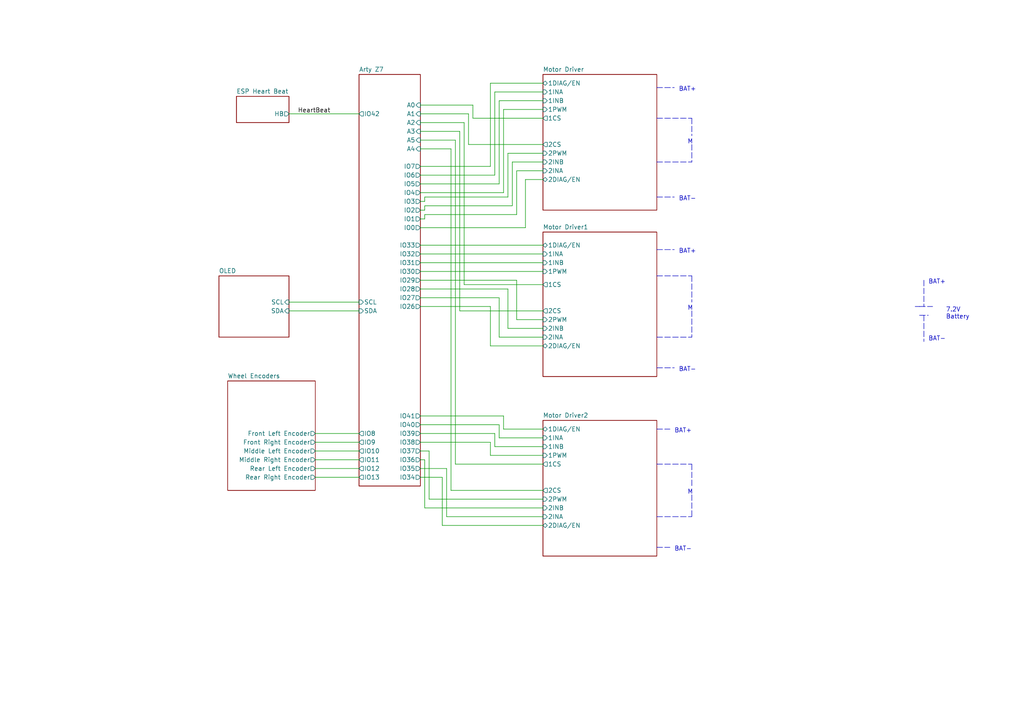
<source format=kicad_sch>
(kicad_sch (version 20211123) (generator eeschema)
  (paper "A4")
  (title_block (title "Arty Z7 IO expander card") (date "2022-12-24") (rev "0.1") (company "HiQ"))
  (lib_symbols)
  (polyline (pts (xy 190.5 34.29) (xy 200.66 34.29)))
  (wire (pts (xy 123.19 133.35) (xy 123.19 147.32)))
  (wire (pts (xy 147.32 44.45) (xy 157.48 44.45)))
  (wire (pts (xy 142.24 24.13) (xy 157.48 24.13)))
  (wire (pts (xy 123.19 62.23) (xy 149.86 62.23)))
  (wire (pts (xy 147.32 95.25) (xy 157.48 95.25)))
  (wire (pts (xy 144.78 123.19) (xy 144.78 127)))
  (polyline (pts (xy 200.66 80.01) (xy 200.66 87.63)))
  (wire (pts (xy 143.51 129.54) (xy 157.48 129.54)))
  (wire (pts (xy 132.08 40.64) (xy 121.92 40.64)))
  (wire (pts (xy 121.92 123.19) (xy 144.78 123.19)))
  (polyline (pts (xy 265.43 88.9) (xy 266.7 88.9)))
  (wire (pts (xy 157.48 142.24) (xy 130.81 142.24)))
  (wire (pts (xy 123.19 59.69) (xy 148.59 59.69)))
  (wire (pts (xy 142.24 100.33) (xy 157.48 100.33)))
  (wire (pts (xy 152.4 52.07) (xy 157.48 52.07)))
  (wire (pts (xy 144.78 29.21) (xy 157.48 29.21)))
  (wire (pts (xy 143.51 50.8) (xy 143.51 26.67)))
  (polyline (pts (xy 190.5 25.4) (xy 195.58 25.4)))
  (wire (pts (xy 121.92 48.26) (xy 142.24 48.26)))
  (wire (pts (xy 133.35 38.1) (xy 121.92 38.1)))
  (wire (pts (xy 91.44 128.27) (xy 104.14 128.27)))
  (wire (pts (xy 146.05 31.75) (xy 157.48 31.75)))
  (polyline (pts (xy 200.66 143.51) (xy 200.66 149.86)))
  (wire (pts (xy 157.48 90.17) (xy 133.35 90.17)))
  (wire (pts (xy 130.81 43.18) (xy 121.92 43.18)))
  (wire (pts (xy 148.59 59.69) (xy 148.59 46.99)))
  (wire (pts (xy 121.92 86.36) (xy 144.78 86.36)))
  (wire (pts (xy 143.51 125.73) (xy 143.51 129.54)))
  (wire (pts (xy 142.24 48.26) (xy 142.24 24.13)))
  (wire (pts (xy 91.44 138.43) (xy 104.14 138.43)))
  (wire (pts (xy 148.59 46.99) (xy 157.48 46.99)))
  (polyline (pts (xy 267.97 91.44) (xy 267.97 99.06)))
  (wire (pts (xy 121.92 63.5) (xy 123.19 63.5)))
  (wire (pts (xy 121.92 50.8) (xy 143.51 50.8)))
  (polyline (pts (xy 190.5 134.62) (xy 200.66 134.62)))
  (wire (pts (xy 121.92 133.35) (xy 123.19 133.35)))
  (wire (pts (xy 130.81 142.24) (xy 130.81 43.18)))
  (wire (pts (xy 121.92 138.43) (xy 128.27 138.43)))
  (polyline (pts (xy 190.5 106.68) (xy 195.58 106.68)))
  (wire (pts (xy 135.89 33.02) (xy 121.92 33.02)))
  (wire (pts (xy 143.51 26.67) (xy 157.48 26.67)))
  (wire (pts (xy 128.27 138.43) (xy 128.27 152.4)))
  (wire (pts (xy 121.92 78.74) (xy 157.48 78.74)))
  (polyline (pts (xy 200.66 34.29) (xy 200.66 39.37)))
  (wire (pts (xy 91.44 133.35) (xy 104.14 133.35)))
  (polyline (pts (xy 190.5 57.15) (xy 195.58 57.15)))
  (wire (pts (xy 123.19 57.15) (xy 147.32 57.15)))
  (polyline (pts (xy 200.66 90.17) (xy 200.66 97.79)))
  (wire (pts (xy 144.78 53.34) (xy 144.78 29.21)))
  (wire (pts (xy 142.24 88.9) (xy 142.24 100.33)))
  (wire (pts (xy 121.92 58.42) (xy 123.19 58.42)))
  (wire (pts (xy 149.86 92.71) (xy 157.48 92.71)))
  (wire (pts (xy 121.92 135.89) (xy 129.54 135.89)))
  (polyline (pts (xy 190.5 124.46) (xy 194.31 124.46)))
  (wire (pts (xy 157.48 41.91) (xy 135.89 41.91)))
  (wire (pts (xy 142.24 132.08) (xy 157.48 132.08)))
  (wire (pts (xy 91.44 135.89) (xy 104.14 135.89)))
  (polyline (pts (xy 190.5 97.79) (xy 200.66 97.79)))
  (wire (pts (xy 83.82 33.02) (xy 104.14 33.02)))
  (wire (pts (xy 121.92 120.65) (xy 146.05 120.65)))
  (polyline (pts (xy 190.5 158.75) (xy 194.31 158.75)))
  (polyline (pts (xy 266.7 88.9) (xy 270.51 88.9)))
  (polyline (pts (xy 190.5 72.39) (xy 195.58 72.39)))
  (wire (pts (xy 144.78 97.79) (xy 157.48 97.79)))
  (wire (pts (xy 121.92 128.27) (xy 142.24 128.27)))
  (polyline (pts (xy 267.97 81.28) (xy 267.97 88.9)))
  (polyline (pts (xy 266.7 91.44) (xy 269.24 91.44)))
  (wire (pts (xy 121.92 83.82) (xy 147.32 83.82)))
  (wire (pts (xy 142.24 128.27) (xy 142.24 132.08)))
  (wire (pts (xy 157.48 134.62) (xy 132.08 134.62)))
  (wire (pts (xy 91.44 125.73) (xy 104.14 125.73)))
  (wire (pts (xy 121.92 88.9) (xy 142.24 88.9)))
  (wire (pts (xy 147.32 83.82) (xy 147.32 95.25)))
  (wire (pts (xy 146.05 124.46) (xy 157.48 124.46)))
  (wire (pts (xy 135.89 41.91) (xy 135.89 33.02)))
  (wire (pts (xy 124.46 144.78) (xy 157.48 144.78)))
  (wire (pts (xy 121.92 60.96) (xy 123.19 60.96)))
  (wire (pts (xy 123.19 147.32) (xy 157.48 147.32)))
  (wire (pts (xy 128.27 152.4) (xy 157.48 152.4)))
  (wire (pts (xy 147.32 57.15) (xy 147.32 44.45)))
  (wire (pts (xy 121.92 81.28) (xy 149.86 81.28)))
  (polyline (pts (xy 200.66 134.62) (xy 200.66 140.97)))
  (polyline (pts (xy 190.5 80.01) (xy 200.66 80.01)))
  (wire (pts (xy 149.86 62.23) (xy 149.86 49.53)))
  (wire (pts (xy 121.92 55.88) (xy 146.05 55.88)))
  (wire (pts (xy 123.19 60.96) (xy 123.19 59.69)))
  (wire (pts (xy 157.48 34.29) (xy 137.16 34.29)))
  (wire (pts (xy 144.78 86.36) (xy 144.78 97.79)))
  (wire (pts (xy 149.86 81.28) (xy 149.86 92.71)))
  (wire (pts (xy 134.62 82.55) (xy 134.62 35.56)))
  (wire (pts (xy 91.44 130.81) (xy 104.14 130.81)))
  (polyline (pts (xy 190.5 46.99) (xy 200.66 46.99)))
  (wire (pts (xy 121.92 130.81) (xy 124.46 130.81)))
  (wire (pts (xy 121.92 125.73) (xy 143.51 125.73)))
  (wire (pts (xy 133.35 90.17) (xy 133.35 38.1)))
  (wire (pts (xy 132.08 134.62) (xy 132.08 40.64)))
  (wire (pts (xy 121.92 76.2) (xy 157.48 76.2)))
  (wire (pts (xy 152.4 66.04) (xy 152.4 52.07)))
  (wire (pts (xy 123.19 58.42) (xy 123.19 57.15)))
  (wire (pts (xy 83.82 90.17) (xy 104.14 90.17)))
  (wire (pts (xy 144.78 127) (xy 157.48 127)))
  (wire (pts (xy 83.82 87.63) (xy 104.14 87.63)))
  (wire (pts (xy 121.92 73.66) (xy 157.48 73.66)))
  (wire (pts (xy 129.54 149.86) (xy 157.48 149.86)))
  (wire (pts (xy 149.86 49.53) (xy 157.48 49.53)))
  (wire (pts (xy 123.19 63.5) (xy 123.19 62.23)))
  (wire (pts (xy 121.92 66.04) (xy 152.4 66.04)))
  (wire (pts (xy 134.62 35.56) (xy 121.92 35.56)))
  (wire (pts (xy 121.92 53.34) (xy 144.78 53.34)))
  (polyline (pts (xy 190.5 149.86) (xy 200.66 149.86)))
  (wire (pts (xy 121.92 71.12) (xy 157.48 71.12)))
  (wire (pts (xy 124.46 130.81) (xy 124.46 144.78)))
  (wire (pts (xy 137.16 34.29) (xy 137.16 30.48)))
  (wire (pts (xy 146.05 120.65) (xy 146.05 124.46)))
  (polyline (pts (xy 200.66 41.91) (xy 200.66 46.99)))
  (wire (pts (xy 137.16 30.48) (xy 121.92 30.48)))
  (wire (pts (xy 157.48 82.55) (xy 134.62 82.55)))
  (wire (pts (xy 129.54 135.89) (xy 129.54 149.86)))
  (wire (pts (xy 146.05 55.88) (xy 146.05 31.75)))
  (text "BAT-" (at 269.24 99.06 0) (effects (font (size 1.27 1.27)) (justify left bottom)))
  (text "BAT+" (at 196.85 73.66 0) (effects (font (size 1.27 1.27)) (justify left bottom)))
  (text "M" (at 199.39 90.17 0) (effects (font (size 1.27 1.27)) (justify left bottom)))
  (text "BAT-" (at 195.58 160.02 0) (effects (font (size 1.27 1.27)) (justify left bottom)))
  (text "BAT-" (at 196.85 58.42 0) (effects (font (size 1.27 1.27)) (justify left bottom)))
  (text "BAT+" (at 195.58 125.73 0) (effects (font (size 1.27 1.27)) (justify left bottom)))
  (text "BAT-" (at 196.85 107.95 0) (effects (font (size 1.27 1.27)) (justify left bottom)))
  (text "M" (at 199.39 143.51 0) (effects (font (size 1.27 1.27)) (justify left bottom)))
  (text "BAT+" (at 196.85 26.67 0) (effects (font (size 1.27 1.27)) (justify left bottom)))
  (text "BAT+" (at 269.24 82.55 0) (effects (font (size 1.27 1.27)) (justify left bottom)))
  (text "M" (at 199.39 41.91 0) (effects (font (size 1.27 1.27)) (justify left bottom)))
  (text "7.2V\nBattery" (at 274.32 92.71 0) (effects (font (size 1.27 1.27)) (justify left bottom)))
  (label "HeartBeat" (at 86.36 33.02 0))
  (sheet (at 157.48 121.92) (size 33.02 39.37) (stroke (width 0.1524))
    (property "Sheet name" "Motor Driver2" (at 157.48 121.2084 0) (effects (justify left bottom)))
    (property "Sheet file" "motorDriver.kicad_sch" (effects hide))
    (pin "1CS" output (at 157.48 134.62 180))
    (pin "2CS" output (at 157.48 142.24 180))
    (pin "2PWM" input (at 157.48 144.78 180))
    (pin "2INB" input (at 157.48 147.32 180))
    (pin "2INA" input (at 157.48 149.86 180))
    (pin "2DIAG{slash}EN" bidirectional (at 157.48 152.4 180))
    (pin "1INB" input (at 157.48 129.54 180))
    (pin "1PWM" input (at 157.48 132.08 180))
    (pin "1DIAG{slash}EN" bidirectional (at 157.48 124.46 180))
    (pin "1INA" input (at 157.48 127 180))
  )
  (sheet (at 63.5 80.01) (size 20.32 17.78) (stroke (width 0.1524))
    (property "Sheet name" "OLED" (at 63.5 79.2984 0) (effects (justify left bottom)))
    (property "Sheet file" "oled.kicad_sch" (effects hide))
    (pin "SCL" input (at 83.82 87.63 0))
    (pin "SDA" input (at 83.82 90.17 0))
  )
  (sheet (at 68.58 27.94) (size 15.24 7.62) (stroke (width 0.1524))
    (property "Sheet name" "ESP Heart Beat" (at 68.58 27.2284 0) (effects (justify left bottom)))
    (property "Sheet file" "espHeartBeat.kicad_sch" (effects hide))
    (pin "HB" output (at 83.82 33.02 0))
  )
  (sheet (at 104.14 21.59) (size 17.78 119.38) (stroke (width 0.1524))
    (property "Sheet name" "Arty Z7" (at 104.14 20.8784 0) (effects (justify left bottom)))
    (property "Sheet file" "ArtyZ7.kicad_sch" (effects hide))
    (pin "A1" input (at 121.92 33.02 0))
    (pin "A2" input (at 121.92 35.56 0))
    (pin "A3" input (at 121.92 38.1 0))
    (pin "A0" input (at 121.92 30.48 0))
    (pin "IO3" output (at 121.92 58.42 0))
    (pin "IO0" output (at 121.92 66.04 0))
    (pin "IO2" output (at 121.92 60.96 0))
    (pin "IO1" output (at 121.92 63.5 0))
    (pin "IO6" output (at 121.92 50.8 0))
    (pin "IO7" output (at 121.92 48.26 0))
    (pin "IO5" output (at 121.92 53.34 0))
    (pin "IO4" output (at 121.92 55.88 0))
    (pin "IO28" output (at 121.92 83.82 0))
    (pin "IO27" output (at 121.92 86.36 0))
    (pin "IO29" output (at 121.92 81.28 0))
    (pin "IO26" output (at 121.92 88.9 0))
    (pin "IO33" output (at 121.92 71.12 0))
    (pin "IO30" output (at 121.92 78.74 0))
    (pin "IO32" output (at 121.92 73.66 0))
    (pin "IO31" output (at 121.92 76.2 0))
    (pin "IO11" output (at 104.14 133.35 180))
    (pin "IO12" output (at 104.14 135.89 180))
    (pin "IO13" output (at 104.14 138.43 180))
    (pin "IO42" output (at 104.14 33.02 180))
    (pin "SDA" input (at 104.14 90.17 180))
    (pin "SCL" input (at 104.14 87.63 180))
    (pin "IO41" output (at 121.92 120.65 0))
    (pin "IO40" output (at 121.92 123.19 0))
    (pin "IO39" output (at 121.92 125.73 0))
    (pin "IO38" output (at 121.92 128.27 0))
    (pin "IO37" output (at 121.92 130.81 0))
    (pin "IO10" output (at 104.14 130.81 180))
    (pin "IO9" output (at 104.14 128.27 180))
    (pin "IO36" output (at 121.92 133.35 0))
    (pin "IO8" output (at 104.14 125.73 180))
    (pin "IO35" output (at 121.92 135.89 0))
    (pin "IO34" output (at 121.92 138.43 0))
    (pin "A5" input (at 121.92 40.64 0))
    (pin "A4" input (at 121.92 43.18 0))
  )
  (sheet (at 157.48 67.31) (size 33.02 41.91) (stroke (width 0.1524))
    (property "Sheet name" "Motor Driver1" (at 157.48 66.5984 0) (effects (justify left bottom)))
    (property "Sheet file" "motorDriver.kicad_sch" (effects hide))
    (pin "1CS" output (at 157.48 82.55 180))
    (pin "2CS" output (at 157.48 90.17 180))
    (pin "2PWM" input (at 157.48 92.71 180))
    (pin "2INB" input (at 157.48 95.25 180))
    (pin "2INA" input (at 157.48 97.79 180))
    (pin "2DIAG{slash}EN" bidirectional (at 157.48 100.33 180))
    (pin "1INB" input (at 157.48 76.2 180))
    (pin "1PWM" input (at 157.48 78.74 180))
    (pin "1DIAG{slash}EN" bidirectional (at 157.48 71.12 180))
    (pin "1INA" input (at 157.48 73.66 180))
  )
  (sheet (at 66.04 110.49) (size 25.4 31.75) (stroke (width 0.1524))
    (property "Sheet name" "Wheel Encoders" (at 66.04 109.7784 0) (effects (justify left bottom)))
    (property "Sheet file" "wheelEncoders.kicad_sch" (effects hide))
    (pin "Front Right Encoder" output (at 91.44 128.27 0))
    (pin "Middle Left Encoder" output (at 91.44 130.81 0))
    (pin "Rear Left Encoder" output (at 91.44 135.89 0))
    (pin "Middle Right Encoder" output (at 91.44 133.35 0))
    (pin "Rear Right Encoder" output (at 91.44 138.43 0))
    (pin "Front Left Encoder" output (at 91.44 125.73 0))
  )
  (sheet (at 157.48 21.59) (size 33.02 39.37) (stroke (width 0.1524))
    (property "Sheet name" "Motor Driver" (at 157.48 20.8784 0) (effects (justify left bottom)))
    (property "Sheet file" "motorDriver.kicad_sch" (effects hide))
    (pin "1CS" output (at 157.48 34.29 180))
    (pin "2CS" output (at 157.48 41.91 180))
    (pin "2PWM" input (at 157.48 44.45 180))
    (pin "2INB" input (at 157.48 46.99 180))
    (pin "2INA" input (at 157.48 49.53 180))
    (pin "2DIAG{slash}EN" bidirectional (at 157.48 52.07 180))
    (pin "1INB" input (at 157.48 29.21 180))
    (pin "1PWM" input (at 157.48 31.75 180))
    (pin "1DIAG{slash}EN" bidirectional (at 157.48 24.13 180))
    (pin "1INA" input (at 157.48 26.67 180))
  )
)
</source>
